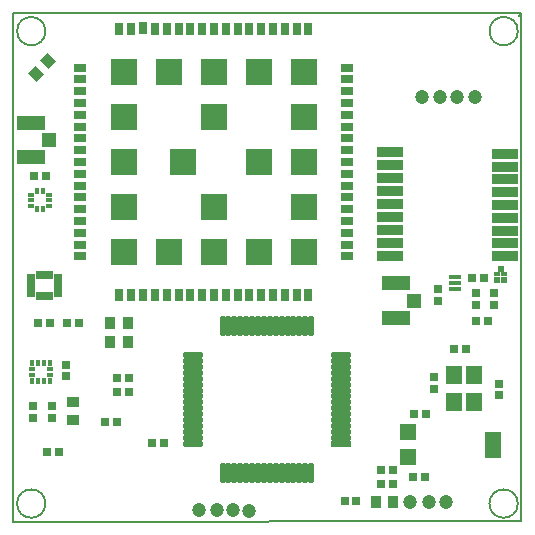
<source format=gts>
%FSLAX25Y25*%
%MOIN*%
G70*
G01*
G75*
G04 Layer_Color=8388736*
%ADD10C,0.01000*%
%ADD11C,0.01500*%
%ADD12C,0.02000*%
%ADD13C,0.03937*%
%ADD14R,0.08268X0.08268*%
%ADD15R,0.08268X0.08268*%
%ADD16R,0.03150X0.02362*%
%ADD17R,0.02362X0.03150*%
%ADD18R,0.01083X0.00984*%
%ADD19R,0.00984X0.01083*%
%ADD20R,0.01181X0.01890*%
%ADD21R,0.01890X0.01181*%
%ADD22R,0.02362X0.02362*%
%ADD23R,0.02362X0.02362*%
%ADD24R,0.03347X0.02756*%
%ADD25R,0.01083X0.00984*%
%ADD26R,0.00984X0.01083*%
%ADD27R,0.02756X0.03347*%
%ADD28R,0.01378X0.00787*%
%ADD29R,0.01181X0.01181*%
%ADD30R,0.01378X0.00984*%
%ADD31R,0.01378X0.01181*%
G04:AMPARAMS|DCode=32|XSize=39.37mil|YSize=41.34mil|CornerRadius=5.91mil|HoleSize=0mil|Usage=FLASHONLY|Rotation=90.000|XOffset=0mil|YOffset=0mil|HoleType=Round|Shape=RoundedRectangle|*
%AMROUNDEDRECTD32*
21,1,0.03937,0.02953,0,0,90.0*
21,1,0.02756,0.04134,0,0,90.0*
1,1,0.01181,0.01476,0.01378*
1,1,0.01181,0.01476,-0.01378*
1,1,0.01181,-0.01476,-0.01378*
1,1,0.01181,-0.01476,0.01378*
%
%ADD32ROUNDEDRECTD32*%
G04:AMPARAMS|DCode=33|XSize=41.34mil|YSize=86.61mil|CornerRadius=6.2mil|HoleSize=0mil|Usage=FLASHONLY|Rotation=90.000|XOffset=0mil|YOffset=0mil|HoleType=Round|Shape=RoundedRectangle|*
%AMROUNDEDRECTD33*
21,1,0.04134,0.07421,0,0,90.0*
21,1,0.02894,0.08661,0,0,90.0*
1,1,0.01240,0.03711,0.01447*
1,1,0.01240,0.03711,-0.01447*
1,1,0.01240,-0.03711,-0.01447*
1,1,0.01240,-0.03711,0.01447*
%
%ADD33ROUNDEDRECTD33*%
G04:AMPARAMS|DCode=34|XSize=27.56mil|YSize=33.47mil|CornerRadius=0mil|HoleSize=0mil|Usage=FLASHONLY|Rotation=225.000|XOffset=0mil|YOffset=0mil|HoleType=Round|Shape=Rectangle|*
%AMROTATEDRECTD34*
4,1,4,-0.00209,0.02158,0.02158,-0.00209,0.00209,-0.02158,-0.02158,0.00209,-0.00209,0.02158,0.0*
%
%ADD34ROTATEDRECTD34*%

%ADD35O,0.06299X0.01181*%
%ADD36R,0.06299X0.01181*%
%ADD37O,0.01181X0.06299*%
%ADD38R,0.04800X0.05600*%
%ADD39R,0.05000X0.05000*%
%ADD40R,0.05000X0.07874*%
%ADD41R,0.07874X0.02756*%
%ADD42C,0.00600*%
%ADD43C,0.00800*%
%ADD44C,0.00500*%
%ADD45C,0.02000*%
%ADD46C,0.03000*%
%ADD47C,0.04000*%
%ADD48C,0.05000*%
%ADD49C,0.03000*%
%ADD50C,0.04000*%
%ADD51O,0.07874X0.03937*%
%ADD52O,0.03937X0.07874*%
%ADD53R,0.02362X0.03937*%
%ADD54R,0.02559X0.04921*%
%ADD55C,0.00787*%
%ADD56R,0.03937X0.05118*%
%ADD57R,0.01200X0.01800*%
%ADD58R,0.04921X0.02559*%
%ADD59R,0.05118X0.03937*%
%ADD60O,0.01378X0.02756*%
%ADD61R,0.07087X0.04331*%
G04:AMPARAMS|DCode=62|XSize=45mil|YSize=65mil|CornerRadius=5.63mil|HoleSize=0mil|Usage=FLASHONLY|Rotation=0.000|XOffset=0mil|YOffset=0mil|HoleType=Round|Shape=RoundedRectangle|*
%AMROUNDEDRECTD62*
21,1,0.04500,0.05375,0,0,0.0*
21,1,0.03375,0.06500,0,0,0.0*
1,1,0.01125,0.01688,-0.02688*
1,1,0.01125,-0.01688,-0.02688*
1,1,0.01125,-0.01688,0.02688*
1,1,0.01125,0.01688,0.02688*
%
%ADD62ROUNDEDRECTD62*%
%ADD63O,0.08661X0.02362*%
%ADD64R,0.11811X0.19685*%
%ADD65O,0.02953X0.01772*%
%ADD66R,0.08661X0.11811*%
%ADD67R,0.09843X0.01969*%
%ADD68P,0.03341X4X90.0*%
%ADD69R,0.03937X0.02362*%
%ADD70R,0.07874X0.07874*%
%ADD71R,0.05906X0.05118*%
%ADD72R,0.07874X0.07087*%
%ADD73R,0.05906X0.03150*%
%ADD74R,0.14704X0.04000*%
%ADD75C,0.01200*%
%ADD76C,0.00300*%
%ADD77R,0.35200X0.19400*%
%ADD78R,0.02472X0.02228*%
%ADD79C,0.04737*%
%ADD80R,0.09068X0.09068*%
%ADD81R,0.09068X0.09068*%
%ADD82R,0.03950X0.03162*%
%ADD83R,0.03162X0.03950*%
%ADD84R,0.01883X0.01784*%
%ADD85R,0.01784X0.01883*%
%ADD86R,0.01981X0.02690*%
%ADD87R,0.02690X0.01981*%
%ADD88R,0.03162X0.03162*%
%ADD89R,0.03162X0.03162*%
%ADD90R,0.04147X0.03556*%
%ADD91R,0.01883X0.01784*%
%ADD92R,0.01784X0.01883*%
%ADD93R,0.03556X0.04147*%
%ADD94R,0.02178X0.01587*%
%ADD95R,0.01981X0.01981*%
%ADD96R,0.02178X0.01784*%
%ADD97R,0.02178X0.01981*%
G04:AMPARAMS|DCode=98|XSize=47.37mil|YSize=49.34mil|CornerRadius=7.11mil|HoleSize=0mil|Usage=FLASHONLY|Rotation=90.000|XOffset=0mil|YOffset=0mil|HoleType=Round|Shape=RoundedRectangle|*
%AMROUNDEDRECTD98*
21,1,0.04737,0.03513,0,0,90.0*
21,1,0.03316,0.04934,0,0,90.0*
1,1,0.01421,0.01756,0.01658*
1,1,0.01421,0.01756,-0.01658*
1,1,0.01421,-0.01756,-0.01658*
1,1,0.01421,-0.01756,0.01658*
%
%ADD98ROUNDEDRECTD98*%
G04:AMPARAMS|DCode=99|XSize=49.34mil|YSize=94.61mil|CornerRadius=7.4mil|HoleSize=0mil|Usage=FLASHONLY|Rotation=90.000|XOffset=0mil|YOffset=0mil|HoleType=Round|Shape=RoundedRectangle|*
%AMROUNDEDRECTD99*
21,1,0.04934,0.07981,0,0,90.0*
21,1,0.03454,0.09461,0,0,90.0*
1,1,0.01480,0.03991,0.01727*
1,1,0.01480,0.03991,-0.01727*
1,1,0.01480,-0.03991,-0.01727*
1,1,0.01480,-0.03991,0.01727*
%
%ADD99ROUNDEDRECTD99*%
G04:AMPARAMS|DCode=100|XSize=35.56mil|YSize=41.47mil|CornerRadius=0mil|HoleSize=0mil|Usage=FLASHONLY|Rotation=225.000|XOffset=0mil|YOffset=0mil|HoleType=Round|Shape=Rectangle|*
%AMROTATEDRECTD100*
4,1,4,-0.00209,0.02723,0.02723,-0.00209,0.00209,-0.02723,-0.02723,0.00209,-0.00209,0.02723,0.0*
%
%ADD100ROTATEDRECTD100*%

%ADD101O,0.07099X0.01981*%
%ADD102R,0.07099X0.01981*%
%ADD103O,0.01981X0.07099*%
%ADD104R,0.05600X0.06400*%
%ADD105R,0.05800X0.05800*%
%ADD106R,0.05800X0.08674*%
%ADD107R,0.08674X0.03556*%
D44*
X168110Y5906D02*
G03*
X168110Y5906I-4724J0D01*
G01*
X10630Y163386D02*
G03*
X10630Y163386I-4724J0D01*
G01*
X168110D02*
G03*
X168110Y163386I-4724J0D01*
G01*
X10630Y5906D02*
G03*
X10630Y5906I-4724J0D01*
G01*
X168484Y168484D02*
X169291Y169291D01*
X-0D02*
X169291D01*
X-0D02*
X0Y0D01*
X169291Y-0D02*
Y169291D01*
X0Y-74D02*
X169291Y-0D01*
D79*
X78661Y3587D02*
D03*
X138516Y6272D02*
D03*
X67768Y3626D02*
D03*
X132303Y6512D02*
D03*
X144102Y6386D02*
D03*
X73008Y3669D02*
D03*
X61924Y3847D02*
D03*
X136258Y141302D02*
D03*
X142125D02*
D03*
X147992D02*
D03*
X153858D02*
D03*
D80*
X56624Y119763D02*
D03*
X81784D02*
D03*
X66824Y134724D02*
D03*
X36903Y104803D02*
D03*
Y89842D02*
D03*
X51863D02*
D03*
X66824Y89842D02*
D03*
X81784Y89842D02*
D03*
X96745D02*
D03*
Y104803D02*
D03*
X96745Y119763D02*
D03*
X96745Y134724D02*
D03*
X51863Y149685D02*
D03*
X96745D02*
D03*
X81784D02*
D03*
X66824D02*
D03*
D81*
Y104803D02*
D03*
X36903Y134724D02*
D03*
Y149685D02*
D03*
Y119763D02*
D03*
D82*
X111312Y100078D02*
D03*
Y104015D02*
D03*
Y107952D02*
D03*
Y111889D02*
D03*
Y115826D02*
D03*
Y119763D02*
D03*
Y123700D02*
D03*
Y127637D02*
D03*
X111312Y131574D02*
D03*
Y135511D02*
D03*
Y139448D02*
D03*
X111312Y143385D02*
D03*
Y147322D02*
D03*
Y151259D02*
D03*
X22336Y115826D02*
D03*
Y111889D02*
D03*
Y107952D02*
D03*
Y104015D02*
D03*
Y100078D02*
D03*
Y96141D02*
D03*
Y92204D02*
D03*
Y88267D02*
D03*
Y119763D02*
D03*
Y123700D02*
D03*
Y127637D02*
D03*
Y131574D02*
D03*
Y135511D02*
D03*
Y139448D02*
D03*
Y143385D02*
D03*
Y147322D02*
D03*
Y151259D02*
D03*
X111312Y96141D02*
D03*
Y92204D02*
D03*
Y88267D02*
D03*
D83*
X98320Y164251D02*
D03*
X94383D02*
D03*
X90446D02*
D03*
X86509D02*
D03*
X82572D02*
D03*
X39265D02*
D03*
X43202Y164263D02*
D03*
X47139Y164251D02*
D03*
X51076D02*
D03*
X55013D02*
D03*
X58950D02*
D03*
X62887D02*
D03*
X66824D02*
D03*
X70761D02*
D03*
X74698D02*
D03*
X78635D02*
D03*
X98320Y75275D02*
D03*
X94383D02*
D03*
X90446D02*
D03*
X86509D02*
D03*
X82572D02*
D03*
X78635D02*
D03*
X74698D02*
D03*
X70761D02*
D03*
X66824D02*
D03*
X62887D02*
D03*
X58950D02*
D03*
X55013Y75275D02*
D03*
X51076D02*
D03*
X47139D02*
D03*
X43202Y75275D02*
D03*
X39265D02*
D03*
X35328D02*
D03*
X35328Y164251D02*
D03*
D84*
X6101Y48753D02*
D03*
Y50722D02*
D03*
X12105D02*
D03*
Y48753D02*
D03*
D85*
X6150Y52739D02*
D03*
X8118D02*
D03*
X10087D02*
D03*
X12055D02*
D03*
X12055Y46735D02*
D03*
X10087D02*
D03*
X8118D02*
D03*
X6150D02*
D03*
D86*
X8396Y82161D02*
D03*
X10364D02*
D03*
X12333D02*
D03*
X12333Y74995D02*
D03*
X10364D02*
D03*
X8396D02*
D03*
D87*
X14892Y81531D02*
D03*
Y79562D02*
D03*
Y77594D02*
D03*
X14892Y75625D02*
D03*
X5837D02*
D03*
Y77594D02*
D03*
X5837Y79562D02*
D03*
Y81531D02*
D03*
D88*
X21826Y66185D02*
D03*
X17889D02*
D03*
X7000Y115143D02*
D03*
X10937D02*
D03*
X8319Y66131D02*
D03*
X12256Y66131D02*
D03*
X38379Y42961D02*
D03*
X34442D02*
D03*
X30477Y33073D02*
D03*
X34414D02*
D03*
X34667Y47812D02*
D03*
X38604D02*
D03*
X152951Y80995D02*
D03*
X156888Y80995D02*
D03*
X122647Y12292D02*
D03*
X126584D02*
D03*
X146829Y57347D02*
D03*
X150766D02*
D03*
X114281Y6657D02*
D03*
X110344D02*
D03*
X137218Y14894D02*
D03*
X133281D02*
D03*
X137376Y35665D02*
D03*
X133439D02*
D03*
X50236Y25957D02*
D03*
X46299D02*
D03*
X122654Y17119D02*
D03*
X126591D02*
D03*
X154260Y66919D02*
D03*
X158196D02*
D03*
X15160Y22950D02*
D03*
X11223D02*
D03*
D89*
X17368Y52202D02*
D03*
Y48265D02*
D03*
X6598Y38267D02*
D03*
Y34330D02*
D03*
X12798Y34331D02*
D03*
Y38268D02*
D03*
X141599Y73361D02*
D03*
Y77298D02*
D03*
X154280Y72155D02*
D03*
Y76092D02*
D03*
X161728Y41952D02*
D03*
X161728Y45889D02*
D03*
X140098Y48168D02*
D03*
Y44231D02*
D03*
X160259Y72100D02*
D03*
Y76037D02*
D03*
D90*
X19831Y33835D02*
D03*
X19831Y39741D02*
D03*
D91*
X5835Y105043D02*
D03*
Y106943D02*
D03*
Y108912D02*
D03*
X11839D02*
D03*
Y106943D02*
D03*
Y104975D02*
D03*
D92*
X7853Y109945D02*
D03*
X9822D02*
D03*
Y103942D02*
D03*
X7853D02*
D03*
D93*
X32231Y66067D02*
D03*
X38137Y66067D02*
D03*
X32142Y59888D02*
D03*
X38048Y59888D02*
D03*
X126617Y6550D02*
D03*
X120711D02*
D03*
D94*
X148279Y81293D02*
D03*
Y79325D02*
D03*
Y77356D02*
D03*
X146310D02*
D03*
Y79325D02*
D03*
Y81293D02*
D03*
D95*
X162390Y84083D02*
D03*
D96*
X163522Y82410D02*
D03*
X161258D02*
D03*
D97*
X163522Y80539D02*
D03*
X161258D02*
D03*
D98*
X133561Y73551D02*
D03*
X11927Y127068D02*
D03*
D99*
X127557Y79358D02*
D03*
X127557Y67744D02*
D03*
X5923Y132875D02*
D03*
Y121261D02*
D03*
D100*
X11628Y153401D02*
D03*
X7452Y149225D02*
D03*
D101*
X109058Y33728D02*
D03*
Y27822D02*
D03*
Y29791D02*
D03*
Y31760D02*
D03*
Y35697D02*
D03*
Y37665D02*
D03*
Y39634D02*
D03*
Y41602D02*
D03*
Y43571D02*
D03*
Y45539D02*
D03*
Y47508D02*
D03*
X59845Y55382D02*
D03*
X59845Y53413D02*
D03*
Y51445D02*
D03*
X59845Y49476D02*
D03*
X59845Y47508D02*
D03*
Y45539D02*
D03*
Y43571D02*
D03*
X59845Y41602D02*
D03*
Y39634D02*
D03*
X59845Y37665D02*
D03*
Y35697D02*
D03*
Y33728D02*
D03*
Y31759D02*
D03*
Y29791D02*
D03*
X59845Y27822D02*
D03*
Y25854D02*
D03*
X109058Y49476D02*
D03*
X109058Y53413D02*
D03*
X109058Y51445D02*
D03*
Y55382D02*
D03*
D102*
Y25854D02*
D03*
D103*
X99215Y65224D02*
D03*
X97247D02*
D03*
X95278D02*
D03*
X93310D02*
D03*
X91341D02*
D03*
X89373D02*
D03*
X87404D02*
D03*
X85436D02*
D03*
X83467D02*
D03*
X81499D02*
D03*
X79530D02*
D03*
X77562D02*
D03*
X75593D02*
D03*
X73625D02*
D03*
X71656D02*
D03*
X69688D02*
D03*
Y16011D02*
D03*
X71656Y16011D02*
D03*
X73625D02*
D03*
X75593D02*
D03*
X77562D02*
D03*
X79530D02*
D03*
X81499D02*
D03*
X83467D02*
D03*
X85436D02*
D03*
X87404D02*
D03*
X89373D02*
D03*
X91341D02*
D03*
X93310D02*
D03*
X95278D02*
D03*
X97247D02*
D03*
X99215D02*
D03*
D104*
X146766Y39917D02*
D03*
X146766Y48647D02*
D03*
X153512Y39916D02*
D03*
Y48647D02*
D03*
D105*
X131340Y29811D02*
D03*
X131340Y21311D02*
D03*
D106*
X159840Y25524D02*
D03*
D107*
X125645Y123051D02*
D03*
X125645Y118720D02*
D03*
Y114390D02*
D03*
X125645Y110059D02*
D03*
X125645Y105728D02*
D03*
X125645Y101397D02*
D03*
Y97067D02*
D03*
Y92736D02*
D03*
X125645Y88405D02*
D03*
X163833D02*
D03*
X163833Y92661D02*
D03*
X163833Y96917D02*
D03*
X163833Y101172D02*
D03*
X163833Y105428D02*
D03*
X163833Y109684D02*
D03*
X163833Y113939D02*
D03*
X163833Y118195D02*
D03*
X163833Y122451D02*
D03*
M02*

</source>
